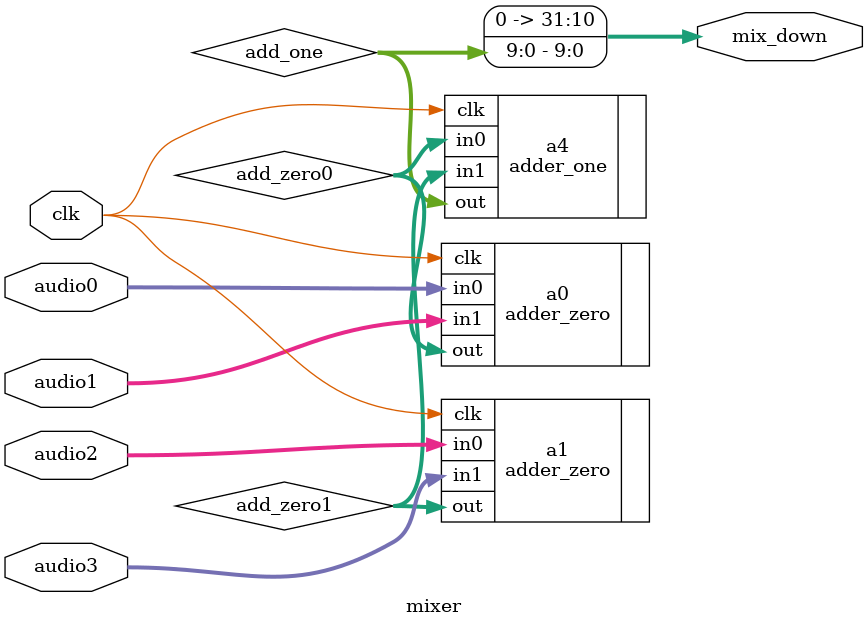
<source format=v>
module mixer(mix_down,
						 audio0,
						 audio1,
						 audio2,
						 audio3,
						 clk
						 );
	input [7:0] audio0, audio1, audio2, audio3;
	input clk;
	output [31:0] mix_down;

	wire [8:0] add_zero0, add_zero1;
	wire [9:0] add_one;

	// First stage
	adder_zero a0(.out(add_zero0), .in0(audio0), .in1(audio1), .clk(clk));
	adder_zero a1(.out(add_zero1), .in0(audio2), .in1(audio3), .clk(clk));
	
	// Second stage
	adder_one a4(.out(add_one), .in0(add_zero0), .in1(add_zero1), .clk(clk));

	assign mix_down = add_one;

endmodule

</source>
